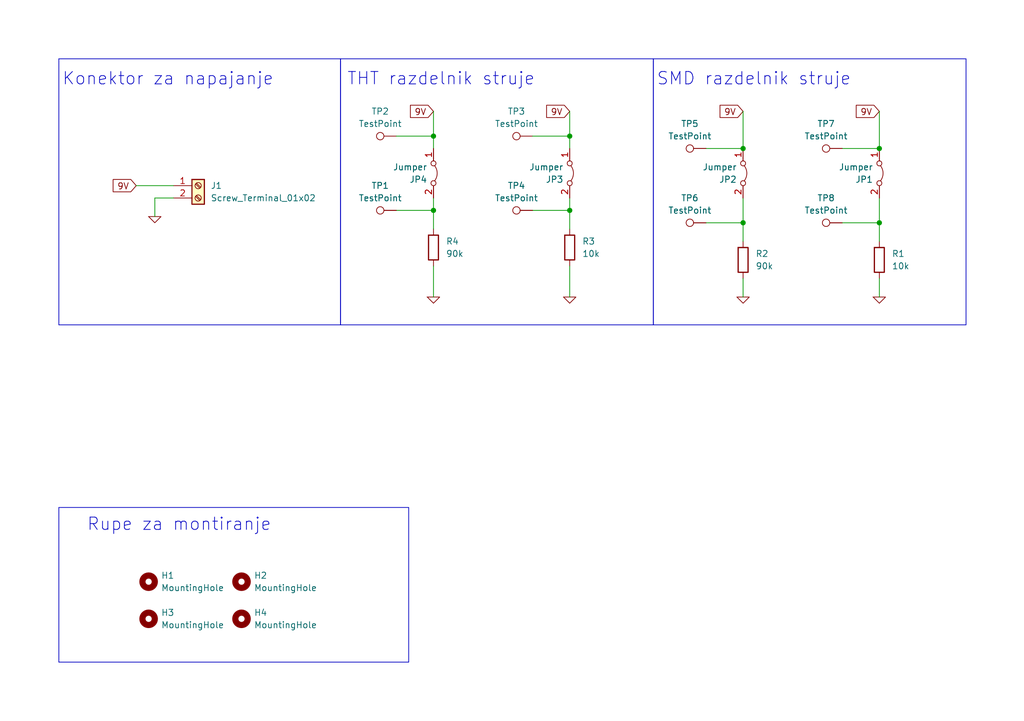
<source format=kicad_sch>
(kicad_sch (version 20231120) (generator "eeschema") (generator_version "8.0")
  (paper "A5")
  (title_block (title "Razdelnik napona") (rev "v1"))
  (lib_symbols
    (symbol "Connector:Screw_Terminal_01x02" (pin_names (offset 1.016) hide)
      (property "Reference" "J" (at 0 2.54 0))
      (property "Value" "Screw_Terminal_01x02" (at 0 -5.08 0))
      (symbol "Screw_Terminal_01x02_1_1"
        (rectangle (start -1.27 1.27) (end 1.27 -3.81) (stroke (width 0.254)) (fill (type background)))
        (circle (center 0 -2.54) (radius 0.635) (stroke (width 0.1524)))
        (polyline (pts (xy -0.5334 -2.2098) (xy 0.3302 -3.048)) (stroke (width 0.1524)))
        (polyline (pts (xy -0.5334 0.3302) (xy 0.3302 -0.508)) (stroke (width 0.1524)))
        (polyline (pts (xy -0.3556 -2.032) (xy 0.508 -2.8702)) (stroke (width 0.1524)))
        (polyline (pts (xy -0.3556 0.508) (xy 0.508 -0.3302)) (stroke (width 0.1524)))
        (circle (center 0 0) (radius 0.635) (stroke (width 0.1524)))
        (pin passive line (at -5.08 0 0) (length 3.81) (name "Pin_1") (number "1"))
        (pin passive line (at -5.08 -2.54 0) (length 3.81) (name "Pin_2") (number "2"))
      )
    )
    (symbol "Connector:TestPoint" (pin_numbers hide) (pin_names (offset 0.762) hide)
      (property "Reference" "TP" (at 0 6.858 0))
      (property "Value" "TestPoint" (at 0 5.08 0))
      (symbol "TestPoint_0_1"
        (circle (center 0 3.302) (radius 0.762))
      )
      (symbol "TestPoint_1_1"
        (pin passive line (at 0 0 90) (length 2.54) (name "1") (number "1"))
      )
    )
    (symbol "Device:R" (pin_numbers hide) (pin_names (offset 0))
      (property "Reference" "R" (at 2.032 0 90))
      (property "Value" "R" (at 0 0 90))
      (symbol "R_0_1"
        (rectangle (start -1.016 -2.54) (end 1.016 2.54) (stroke (width 0.254)))
      )
      (symbol "R_1_1"
        (pin passive line (at 0 3.81 270) (length 1.27) (name "~") (number "1"))
        (pin passive line (at 0 -3.81 90) (length 1.27) (name "~") (number "2"))
      )
    )
    (symbol "Jumper:Jumper_2_Bridged" (pin_names (offset 0) hide)
      (property "Reference" "JP" (at 0 1.905 0))
      (property "Value" "Jumper_2_Bridged" (at 0 -2.54 0))
      (symbol "Jumper_2_Bridged_0_0"
        (circle (center -2.032 0) (radius 0.508))
        (circle (center 2.032 0) (radius 0.508))
      )
      (symbol "Jumper_2_Bridged_0_1"
        (arc (start 1.524 0.254) (mid 0 0.762) (end -1.524 0.254))
      )
      (symbol "Jumper_2_Bridged_1_1"
        (pin passive line (at -5.08 0 0) (length 2.54) (name "A") (number "1"))
        (pin passive line (at 5.08 0 180) (length 2.54) (name "B") (number "2"))
      )
    )
    (symbol "Mechanical:MountingHole" (pin_names (offset 1.016))
      (property "Reference" "H" (at 0 5.08 0))
      (property "Value" "MountingHole" (at 0 3.175 0))
      (symbol "MountingHole_0_1"
        (circle (center 0 0) (radius 1.27) (stroke (width 1.27)))
      )
    )
    (symbol "Simulation_SPICE:0" (power) (pin_names (offset 0))
      (property "Value" "0" (at 0 -1.778 0))
      (symbol "0_0_1"
        (polyline (pts (xy -1.27 0) (xy 0 -1.27) (xy 1.27 0) (xy -1.27 0)))
      )
      (symbol "0_1_1"
        (pin power_in line (at 0 0 0) (length 0) hide (name "0") (number "1"))
      )
    )
  )
  (junction (at 180.34 30.48))
  (junction (at 116.84 43.18))
  (junction (at 180.34 45.72))
  (junction (at 116.84 27.94))
  (junction (at 88.9 27.94))
  (junction (at 152.4 45.72))
  (junction (at 152.4 30.48))
  (junction (at 88.9 43.18))
  (wire (pts (xy 81.28 43.18) (xy 88.9 43.18)))
  (wire (pts (xy 172.72 30.48) (xy 180.34 30.48)))
  (wire (pts (xy 109.22 43.18) (xy 116.84 43.18)))
  (wire (pts (xy 31.75 40.64) (xy 35.56 40.64)))
  (wire (pts (xy 116.84 27.94) (xy 116.84 30.48)))
  (wire (pts (xy 180.34 45.72) (xy 180.34 49.53)))
  (wire (pts (xy 172.72 45.72) (xy 180.34 45.72)))
  (wire (pts (xy 35.56 38.1) (xy 27.94 38.1)))
  (wire (pts (xy 116.84 43.18) (xy 116.84 46.99)))
  (wire (pts (xy 31.75 40.64) (xy 31.75 44.45)))
  (wire (pts (xy 152.4 22.86) (xy 152.4 30.48)))
  (wire (pts (xy 144.78 30.48) (xy 152.4 30.48)))
  (wire (pts (xy 144.78 45.72) (xy 152.4 45.72)))
  (wire (pts (xy 88.9 27.94) (xy 88.9 30.48)))
  (wire (pts (xy 152.4 40.64) (xy 152.4 45.72)))
  (wire (pts (xy 180.34 22.86) (xy 180.34 30.48)))
  (wire (pts (xy 116.84 60.96) (xy 116.84 54.61)))
  (wire (pts (xy 88.9 22.86) (xy 88.9 27.94)))
  (wire (pts (xy 109.22 27.94) (xy 116.84 27.94)))
  (wire (pts (xy 81.28 27.94) (xy 88.9 27.94)))
  (wire (pts (xy 152.4 57.15) (xy 152.4 60.96)))
  (wire (pts (xy 152.4 45.72) (xy 152.4 49.53)))
  (wire (pts (xy 116.84 40.64) (xy 116.84 43.18)))
  (wire (pts (xy 88.9 40.64) (xy 88.9 43.18)))
  (wire (pts (xy 180.34 60.96) (xy 180.34 57.15)))
  (wire (pts (xy 116.84 22.86) (xy 116.84 27.94)))
  (wire (pts (xy 180.34 40.64) (xy 180.34 45.72)))
  (wire (pts (xy 88.9 54.61) (xy 88.9 60.96)))
  (wire (pts (xy 88.9 43.18) (xy 88.9 46.99)))
  (rectangle (start 12.065 12.065) (end 69.85 66.675))
  (rectangle (start 12.065 104.14) (end 83.82 135.89))
  (rectangle (start 69.85 12.065) (end 133.985 66.675))
  (rectangle (start 133.985 12.065) (end 198.12 66.675))
  (text "SMD razdelnik struje" (at 134.62 17.78 0) (effects (font (size 2.54 2.54)) (justify left bottom)))
  (text "Rupe za montiranje\n" (at 17.78 109.22 0) (effects (font (size 2.54 2.54)) (justify left bottom)))
  (text "Konektor za napajanje" (at 12.7 17.78 0) (effects (font (size 2.54 2.54)) (justify left bottom)))
  (text "THT razdelnik struje" (at 71.12 17.78 0) (effects (font (size 2.54 2.54)) (justify left bottom)))
  (global_label "9V" (shape input) (at 88.9 22.86 180) (property "Intersheetrefs" "${INTERSHEET_REFS}" (effects (hide yes))))
  (global_label "9V" (shape input) (at 152.4 22.86 180) (property "Intersheetrefs" "${INTERSHEET_REFS}" (effects (hide yes))))
  (global_label "9V" (shape input) (at 116.84 22.86 180) (property "Intersheetrefs" "${INTERSHEET_REFS}" (effects (hide yes))))
  (global_label "9V" (shape input) (at 180.34 22.86 180) (property "Intersheetrefs" "${INTERSHEET_REFS}" (effects (hide yes))))
  (global_label "9V" (shape input) (at 27.94 38.1 180) (property "Intersheetrefs" "${INTERSHEET_REFS}" (effects (hide yes))))
  (symbol (lib_id "Mechanical:MountingHole") (at 30.48 127 0) (unit 1)
    (property "Reference" "H3" (at 33.02 125.73 0) (effects (justify left)))
    (property "Value" "MountingHole" (at 33.02 128.27 0) (effects (justify left)))
    (property "Footprint" "MountingHole:MountingHole_3.2mm_M3_ISO14580_Pad_TopBottom" (effects (hide yes)))
  )
  (symbol (lib_id "Connector:TestPoint") (at 109.22 43.18 90) (unit 1)
    (property "Reference" "TP4" (at 105.918 38.1 90))
    (property "Value" "TestPoint" (at 105.918 40.64 90))
    (property "Footprint" "TestPoint:TestPoint_Pad_D2.5mm" (effects (hide yes)))
  )
  (symbol (lib_id "Device:R") (at 152.4 53.34 0) (unit 1)
    (property "Reference" "R2" (at 154.94 52.07 0) (effects (justify left)))
    (property "Value" "90k" (at 154.94 54.61 0) (effects (justify left)))
    (property "Footprint" "Resistor_SMD:R_1206_3216Metric_Pad1.30x1.75mm_HandSolder" (effects (hide yes)))
  )
  (symbol (lib_id "Connector:TestPoint") (at 109.22 27.94 90) (unit 1)
    (property "Reference" "TP3" (at 105.918 22.86 90))
    (property "Value" "TestPoint" (at 105.918 25.4 90))
    (property "Footprint" "TestPoint:TestPoint_Pad_D2.5mm" (effects (hide yes)))
  )
  (symbol (lib_id "Simulation_SPICE:0") (at 152.4 60.96 0) (unit 1)
    (property "Reference" "#GND05" (effects (hide yes)))
    (property "Value" "0" (effects (hide yes)))
  )
  (symbol (lib_id "Device:R") (at 116.84 50.8 0) (unit 1)
    (property "Reference" "R3" (at 119.38 49.53 0) (effects (justify left)))
    (property "Value" "10k" (at 119.38 52.07 0) (effects (justify left)))
    (property "Footprint" "Resistor_THT:R_Axial_DIN0207_L6.3mm_D2.5mm_P15.24mm_Horizontal" (effects (hide yes)))
  )
  (symbol (lib_id "Connector:Screw_Terminal_01x02") (at 40.64 38.1 0) (unit 1) (exclude_from_sim yes)
    (property "Reference" "J1" (at 43.18 38.1 0) (effects (justify left)))
    (property "Value" "Screw_Terminal_01x02" (at 43.18 40.64 0) (effects (justify left)))
    (property "Footprint" "TerminalBlock_Phoenix:TerminalBlock_Phoenix_MKDS-1,5-2-5.08_1x02_P5.08mm_Horizontal" (effects (hide yes)))
  )
  (symbol (lib_id "Jumper:Jumper_2_Bridged") (at 116.84 35.56 270) (unit 1)
    (property "Reference" "JP3" (at 115.57 36.83 90) (effects (justify right)))
    (property "Value" "Jumper" (at 115.57 34.29 90) (effects (justify right)))
    (property "Footprint" "Connector_PinHeader_2.54mm:PinHeader_1x02_P2.54mm_Vertical" (effects (hide yes)))
  )
  (symbol (lib_id "Connector:TestPoint") (at 144.78 30.48 90) (unit 1)
    (property "Reference" "TP5" (at 141.478 25.4 90))
    (property "Value" "TestPoint" (at 141.478 27.94 90))
    (property "Footprint" "TestPoint:TestPoint_Pad_D2.5mm" (effects (hide yes)))
  )
  (symbol (lib_id "Jumper:Jumper_2_Bridged") (at 152.4 35.56 270) (unit 1)
    (property "Reference" "JP2" (at 151.13 36.83 90) (effects (justify right)))
    (property "Value" "Jumper" (at 151.13 34.29 90) (effects (justify right)))
    (property "Footprint" "Connector_PinHeader_2.54mm:PinHeader_1x02_P2.54mm_Vertical" (effects (hide yes)))
  )
  (symbol (lib_id "Connector:TestPoint") (at 81.28 43.18 90) (unit 1)
    (property "Reference" "TP1" (at 77.978 38.1 90))
    (property "Value" "TestPoint" (at 77.978 40.64 90))
    (property "Footprint" "TestPoint:TestPoint_Pad_D2.5mm" (effects (hide yes)))
  )
  (symbol (lib_id "Jumper:Jumper_2_Bridged") (at 180.34 35.56 270) (unit 1)
    (property "Reference" "JP1" (at 179.07 36.83 90) (effects (justify right)))
    (property "Value" "Jumper" (at 179.07 34.29 90) (effects (justify right)))
    (property "Footprint" "Connector_PinHeader_2.54mm:PinHeader_1x02_P2.54mm_Vertical" (effects (hide yes)))
  )
  (symbol (lib_id "Mechanical:MountingHole") (at 49.53 119.38 0) (unit 1)
    (property "Reference" "H2" (at 52.07 118.11 0) (effects (justify left)))
    (property "Value" "MountingHole" (at 52.07 120.65 0) (effects (justify left)))
    (property "Footprint" "MountingHole:MountingHole_3.2mm_M3_ISO14580_Pad_TopBottom" (effects (hide yes)))
  )
  (symbol (lib_id "Device:R") (at 180.34 53.34 0) (unit 1)
    (property "Reference" "R1" (at 182.88 52.07 0) (effects (justify left)))
    (property "Value" "10k" (at 182.88 54.61 0) (effects (justify left)))
    (property "Footprint" "Resistor_SMD:R_1206_3216Metric_Pad1.30x1.75mm_HandSolder" (effects (hide yes)))
  )
  (symbol (lib_id "Simulation_SPICE:0") (at 88.9 60.96 0) (unit 1)
    (property "Reference" "#GND04" (effects (hide yes)))
    (property "Value" "0" (effects (hide yes)))
  )
  (symbol (lib_id "Connector:TestPoint") (at 172.72 45.72 90) (unit 1)
    (property "Reference" "TP8" (at 169.418 40.64 90))
    (property "Value" "TestPoint" (at 169.418 43.18 90))
    (property "Footprint" "TestPoint:TestPoint_Pad_D2.5mm" (effects (hide yes)))
  )
  (symbol (lib_id "Connector:TestPoint") (at 172.72 30.48 90) (unit 1)
    (property "Reference" "TP7" (at 169.418 25.4 90))
    (property "Value" "TestPoint" (at 169.418 27.94 90))
    (property "Footprint" "TestPoint:TestPoint_Pad_D2.5mm" (effects (hide yes)))
  )
  (symbol (lib_id "Mechanical:MountingHole") (at 30.48 119.38 0) (unit 1)
    (property "Reference" "H1" (at 33.02 118.11 0) (effects (justify left)))
    (property "Value" "MountingHole" (at 33.02 120.65 0) (effects (justify left)))
    (property "Footprint" "MountingHole:MountingHole_3.2mm_M3_ISO14580_Pad_TopBottom" (effects (hide yes)))
  )
  (symbol (lib_id "Jumper:Jumper_2_Bridged") (at 88.9 35.56 270) (unit 1)
    (property "Reference" "JP4" (at 87.63 36.83 90) (effects (justify right)))
    (property "Value" "Jumper" (at 87.63 34.29 90) (effects (justify right)))
    (property "Footprint" "Connector_PinHeader_2.54mm:PinHeader_1x02_P2.54mm_Vertical" (effects (hide yes)))
  )
  (symbol (lib_id "Mechanical:MountingHole") (at 49.53 127 0) (unit 1)
    (property "Reference" "H4" (at 52.07 125.73 0) (effects (justify left)))
    (property "Value" "MountingHole" (at 52.07 128.27 0) (effects (justify left)))
    (property "Footprint" "MountingHole:MountingHole_3.2mm_M3_ISO14580_Pad_TopBottom" (effects (hide yes)))
  )
  (symbol (lib_id "Simulation_SPICE:0") (at 116.84 60.96 0) (unit 1)
    (property "Reference" "#GND01" (effects (hide yes)))
    (property "Value" "0" (effects (hide yes)))
  )
  (symbol (lib_id "Connector:TestPoint") (at 144.78 45.72 90) (unit 1)
    (property "Reference" "TP6" (at 141.478 40.64 90))
    (property "Value" "TestPoint" (at 141.478 43.18 90))
    (property "Footprint" "TestPoint:TestPoint_Pad_D2.5mm" (effects (hide yes)))
  )
  (symbol (lib_id "Simulation_SPICE:0") (at 180.34 60.96 0) (unit 1)
    (property "Reference" "#GND02" (effects (hide yes)))
    (property "Value" "0" (effects (hide yes)))
  )
  (symbol (lib_id "Simulation_SPICE:0") (at 31.75 44.45 0) (unit 1)
    (property "Reference" "#GND03" (effects (hide yes)))
    (property "Value" "0" (effects (hide yes)))
  )
  (symbol (lib_id "Device:R") (at 88.9 50.8 180) (unit 1)
    (property "Reference" "R4" (at 91.44 49.53 0) (effects (justify right)))
    (property "Value" "90k" (at 91.44 52.07 0) (effects (justify right)))
    (property "Footprint" "Resistor_THT:R_Axial_DIN0207_L6.3mm_D2.5mm_P15.24mm_Horizontal" (effects (hide yes)))
  )
  (symbol (lib_id "Connector:TestPoint") (at 81.28 27.94 90) (unit 1)
    (property "Reference" "TP2" (at 77.978 22.86 90))
    (property "Value" "TestPoint" (at 77.978 25.4 90))
    (property "Footprint" "TestPoint:TestPoint_Pad_D2.5mm" (effects (hide yes)))
  )
)
</source>
